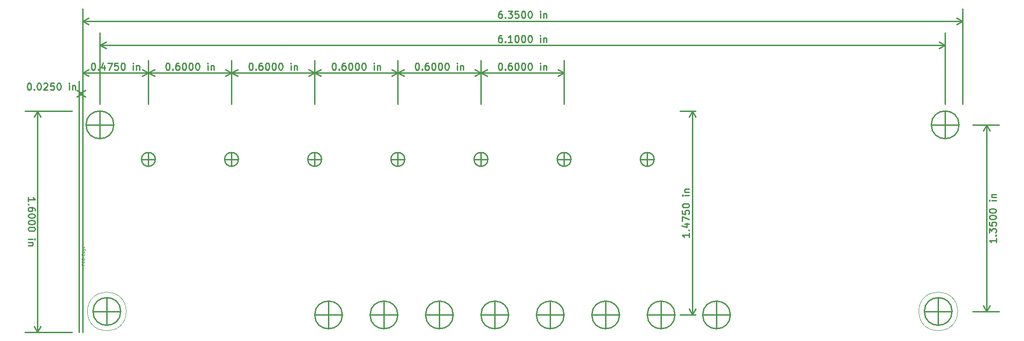
<source format=gbr>
G04 #@! TF.GenerationSoftware,KiCad,Pcbnew,5.0.0-rc2-dev-unknown-30a78f0~62~ubuntu16.04.1*
G04 #@! TF.CreationDate,2018-03-10T16:31:01+05:30*
G04 #@! TF.ProjectId,k3jr_controller,6B336A725F636F6E74726F6C6C65722E,rev 1*
G04 #@! TF.SameCoordinates,Original*
G04 #@! TF.FileFunction,Drawing*
%FSLAX46Y46*%
G04 Gerber Fmt 4.6, Leading zero omitted, Abs format (unit mm)*
G04 Created by KiCad (PCBNEW 5.0.0-rc2-dev-unknown-30a78f0~62~ubuntu16.04.1) date Sat Mar 10 16:31:01 2018*
%MOMM*%
%LPD*%
G01*
G04 APERTURE LIST*
%ADD10C,0.254000*%
%ADD11C,0.100000*%
%ADD12C,0.080000*%
G04 APERTURE END LIST*
D10*
X161991523Y-73251785D02*
X161991523Y-73977500D01*
X161991523Y-73614642D02*
X160721523Y-73614642D01*
X160902952Y-73735595D01*
X161023904Y-73856547D01*
X161084380Y-73977500D01*
X161870571Y-72707500D02*
X161931047Y-72647023D01*
X161991523Y-72707500D01*
X161931047Y-72767976D01*
X161870571Y-72707500D01*
X161991523Y-72707500D01*
X161144857Y-71558452D02*
X161991523Y-71558452D01*
X160661047Y-71860833D02*
X161568190Y-72163214D01*
X161568190Y-71377023D01*
X160721523Y-71014166D02*
X160721523Y-70167500D01*
X161991523Y-70711785D01*
X160721523Y-69078928D02*
X160721523Y-69683690D01*
X161326285Y-69744166D01*
X161265809Y-69683690D01*
X161205333Y-69562738D01*
X161205333Y-69260357D01*
X161265809Y-69139404D01*
X161326285Y-69078928D01*
X161447238Y-69018452D01*
X161749619Y-69018452D01*
X161870571Y-69078928D01*
X161931047Y-69139404D01*
X161991523Y-69260357D01*
X161991523Y-69562738D01*
X161931047Y-69683690D01*
X161870571Y-69744166D01*
X160721523Y-68232261D02*
X160721523Y-68111309D01*
X160782000Y-67990357D01*
X160842476Y-67929880D01*
X160963428Y-67869404D01*
X161205333Y-67808928D01*
X161507714Y-67808928D01*
X161749619Y-67869404D01*
X161870571Y-67929880D01*
X161931047Y-67990357D01*
X161991523Y-68111309D01*
X161991523Y-68232261D01*
X161931047Y-68353214D01*
X161870571Y-68413690D01*
X161749619Y-68474166D01*
X161507714Y-68534642D01*
X161205333Y-68534642D01*
X160963428Y-68474166D01*
X160842476Y-68413690D01*
X160782000Y-68353214D01*
X160721523Y-68232261D01*
X161991523Y-66297023D02*
X161144857Y-66297023D01*
X160721523Y-66297023D02*
X160782000Y-66357500D01*
X160842476Y-66297023D01*
X160782000Y-66236547D01*
X160721523Y-66297023D01*
X160842476Y-66297023D01*
X161144857Y-65692261D02*
X161991523Y-65692261D01*
X161265809Y-65692261D02*
X161205333Y-65631785D01*
X161144857Y-65510833D01*
X161144857Y-65329404D01*
X161205333Y-65208452D01*
X161326285Y-65147976D01*
X161991523Y-65147976D01*
X162560000Y-88265000D02*
X162560000Y-50800000D01*
X163195000Y-88265000D02*
X160274000Y-88265000D01*
X163195000Y-50800000D02*
X160274000Y-50800000D01*
X162560000Y-50800000D02*
X163146421Y-51926504D01*
X162560000Y-50800000D02*
X161973579Y-51926504D01*
X162560000Y-88265000D02*
X163146421Y-87138496D01*
X162560000Y-88265000D02*
X161973579Y-87138496D01*
X127604761Y-32451523D02*
X127362857Y-32451523D01*
X127241904Y-32512000D01*
X127181428Y-32572476D01*
X127060476Y-32753904D01*
X127000000Y-32995809D01*
X127000000Y-33479619D01*
X127060476Y-33600571D01*
X127120952Y-33661047D01*
X127241904Y-33721523D01*
X127483809Y-33721523D01*
X127604761Y-33661047D01*
X127665238Y-33600571D01*
X127725714Y-33479619D01*
X127725714Y-33177238D01*
X127665238Y-33056285D01*
X127604761Y-32995809D01*
X127483809Y-32935333D01*
X127241904Y-32935333D01*
X127120952Y-32995809D01*
X127060476Y-33056285D01*
X127000000Y-33177238D01*
X128270000Y-33600571D02*
X128330476Y-33661047D01*
X128270000Y-33721523D01*
X128209523Y-33661047D01*
X128270000Y-33600571D01*
X128270000Y-33721523D01*
X128753809Y-32451523D02*
X129540000Y-32451523D01*
X129116666Y-32935333D01*
X129298095Y-32935333D01*
X129419047Y-32995809D01*
X129479523Y-33056285D01*
X129540000Y-33177238D01*
X129540000Y-33479619D01*
X129479523Y-33600571D01*
X129419047Y-33661047D01*
X129298095Y-33721523D01*
X128935238Y-33721523D01*
X128814285Y-33661047D01*
X128753809Y-33600571D01*
X130689047Y-32451523D02*
X130084285Y-32451523D01*
X130023809Y-33056285D01*
X130084285Y-32995809D01*
X130205238Y-32935333D01*
X130507619Y-32935333D01*
X130628571Y-32995809D01*
X130689047Y-33056285D01*
X130749523Y-33177238D01*
X130749523Y-33479619D01*
X130689047Y-33600571D01*
X130628571Y-33661047D01*
X130507619Y-33721523D01*
X130205238Y-33721523D01*
X130084285Y-33661047D01*
X130023809Y-33600571D01*
X131535714Y-32451523D02*
X131656666Y-32451523D01*
X131777619Y-32512000D01*
X131838095Y-32572476D01*
X131898571Y-32693428D01*
X131959047Y-32935333D01*
X131959047Y-33237714D01*
X131898571Y-33479619D01*
X131838095Y-33600571D01*
X131777619Y-33661047D01*
X131656666Y-33721523D01*
X131535714Y-33721523D01*
X131414761Y-33661047D01*
X131354285Y-33600571D01*
X131293809Y-33479619D01*
X131233333Y-33237714D01*
X131233333Y-32935333D01*
X131293809Y-32693428D01*
X131354285Y-32572476D01*
X131414761Y-32512000D01*
X131535714Y-32451523D01*
X132745238Y-32451523D02*
X132866190Y-32451523D01*
X132987142Y-32512000D01*
X133047619Y-32572476D01*
X133108095Y-32693428D01*
X133168571Y-32935333D01*
X133168571Y-33237714D01*
X133108095Y-33479619D01*
X133047619Y-33600571D01*
X132987142Y-33661047D01*
X132866190Y-33721523D01*
X132745238Y-33721523D01*
X132624285Y-33661047D01*
X132563809Y-33600571D01*
X132503333Y-33479619D01*
X132442857Y-33237714D01*
X132442857Y-32935333D01*
X132503333Y-32693428D01*
X132563809Y-32572476D01*
X132624285Y-32512000D01*
X132745238Y-32451523D01*
X134680476Y-33721523D02*
X134680476Y-32874857D01*
X134680476Y-32451523D02*
X134620000Y-32512000D01*
X134680476Y-32572476D01*
X134740952Y-32512000D01*
X134680476Y-32451523D01*
X134680476Y-32572476D01*
X135285238Y-32874857D02*
X135285238Y-33721523D01*
X135285238Y-32995809D02*
X135345714Y-32935333D01*
X135466666Y-32874857D01*
X135648095Y-32874857D01*
X135769047Y-32935333D01*
X135829523Y-33056285D01*
X135829523Y-33721523D01*
X50800000Y-34290000D02*
X212090000Y-34290000D01*
X50800000Y-49530000D02*
X50800000Y-32004000D01*
X212090000Y-49530000D02*
X212090000Y-32004000D01*
X212090000Y-34290000D02*
X210963496Y-34876421D01*
X212090000Y-34290000D02*
X210963496Y-33703579D01*
X50800000Y-34290000D02*
X51926504Y-34876421D01*
X50800000Y-34290000D02*
X51926504Y-33703579D01*
X218252523Y-74204285D02*
X218252523Y-74930000D01*
X218252523Y-74567142D02*
X216982523Y-74567142D01*
X217163952Y-74688095D01*
X217284904Y-74809047D01*
X217345380Y-74930000D01*
X218131571Y-73660000D02*
X218192047Y-73599523D01*
X218252523Y-73660000D01*
X218192047Y-73720476D01*
X218131571Y-73660000D01*
X218252523Y-73660000D01*
X216982523Y-73176190D02*
X216982523Y-72390000D01*
X217466333Y-72813333D01*
X217466333Y-72631904D01*
X217526809Y-72510952D01*
X217587285Y-72450476D01*
X217708238Y-72390000D01*
X218010619Y-72390000D01*
X218131571Y-72450476D01*
X218192047Y-72510952D01*
X218252523Y-72631904D01*
X218252523Y-72994761D01*
X218192047Y-73115714D01*
X218131571Y-73176190D01*
X216982523Y-71240952D02*
X216982523Y-71845714D01*
X217587285Y-71906190D01*
X217526809Y-71845714D01*
X217466333Y-71724761D01*
X217466333Y-71422380D01*
X217526809Y-71301428D01*
X217587285Y-71240952D01*
X217708238Y-71180476D01*
X218010619Y-71180476D01*
X218131571Y-71240952D01*
X218192047Y-71301428D01*
X218252523Y-71422380D01*
X218252523Y-71724761D01*
X218192047Y-71845714D01*
X218131571Y-71906190D01*
X216982523Y-70394285D02*
X216982523Y-70273333D01*
X217043000Y-70152380D01*
X217103476Y-70091904D01*
X217224428Y-70031428D01*
X217466333Y-69970952D01*
X217768714Y-69970952D01*
X218010619Y-70031428D01*
X218131571Y-70091904D01*
X218192047Y-70152380D01*
X218252523Y-70273333D01*
X218252523Y-70394285D01*
X218192047Y-70515238D01*
X218131571Y-70575714D01*
X218010619Y-70636190D01*
X217768714Y-70696666D01*
X217466333Y-70696666D01*
X217224428Y-70636190D01*
X217103476Y-70575714D01*
X217043000Y-70515238D01*
X216982523Y-70394285D01*
X216982523Y-69184761D02*
X216982523Y-69063809D01*
X217043000Y-68942857D01*
X217103476Y-68882380D01*
X217224428Y-68821904D01*
X217466333Y-68761428D01*
X217768714Y-68761428D01*
X218010619Y-68821904D01*
X218131571Y-68882380D01*
X218192047Y-68942857D01*
X218252523Y-69063809D01*
X218252523Y-69184761D01*
X218192047Y-69305714D01*
X218131571Y-69366190D01*
X218010619Y-69426666D01*
X217768714Y-69487142D01*
X217466333Y-69487142D01*
X217224428Y-69426666D01*
X217103476Y-69366190D01*
X217043000Y-69305714D01*
X216982523Y-69184761D01*
X218252523Y-67249523D02*
X217405857Y-67249523D01*
X216982523Y-67249523D02*
X217043000Y-67310000D01*
X217103476Y-67249523D01*
X217043000Y-67189047D01*
X216982523Y-67249523D01*
X217103476Y-67249523D01*
X217405857Y-66644761D02*
X218252523Y-66644761D01*
X217526809Y-66644761D02*
X217466333Y-66584285D01*
X217405857Y-66463333D01*
X217405857Y-66281904D01*
X217466333Y-66160952D01*
X217587285Y-66100476D01*
X218252523Y-66100476D01*
X216535000Y-87630000D02*
X216535000Y-53340000D01*
X213995000Y-87630000D02*
X218821000Y-87630000D01*
X213995000Y-53340000D02*
X218821000Y-53340000D01*
X216535000Y-53340000D02*
X217121421Y-54466504D01*
X216535000Y-53340000D02*
X215948579Y-54466504D01*
X216535000Y-87630000D02*
X217121421Y-86503496D01*
X216535000Y-87630000D02*
X215948579Y-86503496D01*
X127604761Y-36896523D02*
X127362857Y-36896523D01*
X127241904Y-36957000D01*
X127181428Y-37017476D01*
X127060476Y-37198904D01*
X127000000Y-37440809D01*
X127000000Y-37924619D01*
X127060476Y-38045571D01*
X127120952Y-38106047D01*
X127241904Y-38166523D01*
X127483809Y-38166523D01*
X127604761Y-38106047D01*
X127665238Y-38045571D01*
X127725714Y-37924619D01*
X127725714Y-37622238D01*
X127665238Y-37501285D01*
X127604761Y-37440809D01*
X127483809Y-37380333D01*
X127241904Y-37380333D01*
X127120952Y-37440809D01*
X127060476Y-37501285D01*
X127000000Y-37622238D01*
X128270000Y-38045571D02*
X128330476Y-38106047D01*
X128270000Y-38166523D01*
X128209523Y-38106047D01*
X128270000Y-38045571D01*
X128270000Y-38166523D01*
X129540000Y-38166523D02*
X128814285Y-38166523D01*
X129177142Y-38166523D02*
X129177142Y-36896523D01*
X129056190Y-37077952D01*
X128935238Y-37198904D01*
X128814285Y-37259380D01*
X130326190Y-36896523D02*
X130447142Y-36896523D01*
X130568095Y-36957000D01*
X130628571Y-37017476D01*
X130689047Y-37138428D01*
X130749523Y-37380333D01*
X130749523Y-37682714D01*
X130689047Y-37924619D01*
X130628571Y-38045571D01*
X130568095Y-38106047D01*
X130447142Y-38166523D01*
X130326190Y-38166523D01*
X130205238Y-38106047D01*
X130144761Y-38045571D01*
X130084285Y-37924619D01*
X130023809Y-37682714D01*
X130023809Y-37380333D01*
X130084285Y-37138428D01*
X130144761Y-37017476D01*
X130205238Y-36957000D01*
X130326190Y-36896523D01*
X131535714Y-36896523D02*
X131656666Y-36896523D01*
X131777619Y-36957000D01*
X131838095Y-37017476D01*
X131898571Y-37138428D01*
X131959047Y-37380333D01*
X131959047Y-37682714D01*
X131898571Y-37924619D01*
X131838095Y-38045571D01*
X131777619Y-38106047D01*
X131656666Y-38166523D01*
X131535714Y-38166523D01*
X131414761Y-38106047D01*
X131354285Y-38045571D01*
X131293809Y-37924619D01*
X131233333Y-37682714D01*
X131233333Y-37380333D01*
X131293809Y-37138428D01*
X131354285Y-37017476D01*
X131414761Y-36957000D01*
X131535714Y-36896523D01*
X132745238Y-36896523D02*
X132866190Y-36896523D01*
X132987142Y-36957000D01*
X133047619Y-37017476D01*
X133108095Y-37138428D01*
X133168571Y-37380333D01*
X133168571Y-37682714D01*
X133108095Y-37924619D01*
X133047619Y-38045571D01*
X132987142Y-38106047D01*
X132866190Y-38166523D01*
X132745238Y-38166523D01*
X132624285Y-38106047D01*
X132563809Y-38045571D01*
X132503333Y-37924619D01*
X132442857Y-37682714D01*
X132442857Y-37380333D01*
X132503333Y-37138428D01*
X132563809Y-37017476D01*
X132624285Y-36957000D01*
X132745238Y-36896523D01*
X134680476Y-38166523D02*
X134680476Y-37319857D01*
X134680476Y-36896523D02*
X134620000Y-36957000D01*
X134680476Y-37017476D01*
X134740952Y-36957000D01*
X134680476Y-36896523D01*
X134680476Y-37017476D01*
X135285238Y-37319857D02*
X135285238Y-38166523D01*
X135285238Y-37440809D02*
X135345714Y-37380333D01*
X135466666Y-37319857D01*
X135648095Y-37319857D01*
X135769047Y-37380333D01*
X135829523Y-37501285D01*
X135829523Y-38166523D01*
X53975000Y-38735000D02*
X208915000Y-38735000D01*
X53975000Y-49530000D02*
X53975000Y-36449000D01*
X208915000Y-49530000D02*
X208915000Y-36449000D01*
X208915000Y-38735000D02*
X207788496Y-39321421D01*
X208915000Y-38735000D02*
X207788496Y-38148579D01*
X53975000Y-38735000D02*
X55101504Y-39321421D01*
X53975000Y-38735000D02*
X55101504Y-38148579D01*
X127302380Y-41976523D02*
X127423333Y-41976523D01*
X127544285Y-42037000D01*
X127604761Y-42097476D01*
X127665238Y-42218428D01*
X127725714Y-42460333D01*
X127725714Y-42762714D01*
X127665238Y-43004619D01*
X127604761Y-43125571D01*
X127544285Y-43186047D01*
X127423333Y-43246523D01*
X127302380Y-43246523D01*
X127181428Y-43186047D01*
X127120952Y-43125571D01*
X127060476Y-43004619D01*
X127000000Y-42762714D01*
X127000000Y-42460333D01*
X127060476Y-42218428D01*
X127120952Y-42097476D01*
X127181428Y-42037000D01*
X127302380Y-41976523D01*
X128270000Y-43125571D02*
X128330476Y-43186047D01*
X128270000Y-43246523D01*
X128209523Y-43186047D01*
X128270000Y-43125571D01*
X128270000Y-43246523D01*
X129419047Y-41976523D02*
X129177142Y-41976523D01*
X129056190Y-42037000D01*
X128995714Y-42097476D01*
X128874761Y-42278904D01*
X128814285Y-42520809D01*
X128814285Y-43004619D01*
X128874761Y-43125571D01*
X128935238Y-43186047D01*
X129056190Y-43246523D01*
X129298095Y-43246523D01*
X129419047Y-43186047D01*
X129479523Y-43125571D01*
X129540000Y-43004619D01*
X129540000Y-42702238D01*
X129479523Y-42581285D01*
X129419047Y-42520809D01*
X129298095Y-42460333D01*
X129056190Y-42460333D01*
X128935238Y-42520809D01*
X128874761Y-42581285D01*
X128814285Y-42702238D01*
X130326190Y-41976523D02*
X130447142Y-41976523D01*
X130568095Y-42037000D01*
X130628571Y-42097476D01*
X130689047Y-42218428D01*
X130749523Y-42460333D01*
X130749523Y-42762714D01*
X130689047Y-43004619D01*
X130628571Y-43125571D01*
X130568095Y-43186047D01*
X130447142Y-43246523D01*
X130326190Y-43246523D01*
X130205238Y-43186047D01*
X130144761Y-43125571D01*
X130084285Y-43004619D01*
X130023809Y-42762714D01*
X130023809Y-42460333D01*
X130084285Y-42218428D01*
X130144761Y-42097476D01*
X130205238Y-42037000D01*
X130326190Y-41976523D01*
X131535714Y-41976523D02*
X131656666Y-41976523D01*
X131777619Y-42037000D01*
X131838095Y-42097476D01*
X131898571Y-42218428D01*
X131959047Y-42460333D01*
X131959047Y-42762714D01*
X131898571Y-43004619D01*
X131838095Y-43125571D01*
X131777619Y-43186047D01*
X131656666Y-43246523D01*
X131535714Y-43246523D01*
X131414761Y-43186047D01*
X131354285Y-43125571D01*
X131293809Y-43004619D01*
X131233333Y-42762714D01*
X131233333Y-42460333D01*
X131293809Y-42218428D01*
X131354285Y-42097476D01*
X131414761Y-42037000D01*
X131535714Y-41976523D01*
X132745238Y-41976523D02*
X132866190Y-41976523D01*
X132987142Y-42037000D01*
X133047619Y-42097476D01*
X133108095Y-42218428D01*
X133168571Y-42460333D01*
X133168571Y-42762714D01*
X133108095Y-43004619D01*
X133047619Y-43125571D01*
X132987142Y-43186047D01*
X132866190Y-43246523D01*
X132745238Y-43246523D01*
X132624285Y-43186047D01*
X132563809Y-43125571D01*
X132503333Y-43004619D01*
X132442857Y-42762714D01*
X132442857Y-42460333D01*
X132503333Y-42218428D01*
X132563809Y-42097476D01*
X132624285Y-42037000D01*
X132745238Y-41976523D01*
X134680476Y-43246523D02*
X134680476Y-42399857D01*
X134680476Y-41976523D02*
X134620000Y-42037000D01*
X134680476Y-42097476D01*
X134740952Y-42037000D01*
X134680476Y-41976523D01*
X134680476Y-42097476D01*
X135285238Y-42399857D02*
X135285238Y-43246523D01*
X135285238Y-42520809D02*
X135345714Y-42460333D01*
X135466666Y-42399857D01*
X135648095Y-42399857D01*
X135769047Y-42460333D01*
X135829523Y-42581285D01*
X135829523Y-43246523D01*
X123825000Y-43815000D02*
X139065000Y-43815000D01*
X123825000Y-49530000D02*
X123825000Y-41529000D01*
X139065000Y-49530000D02*
X139065000Y-41529000D01*
X139065000Y-43815000D02*
X137938496Y-44401421D01*
X139065000Y-43815000D02*
X137938496Y-43228579D01*
X123825000Y-43815000D02*
X124951504Y-44401421D01*
X123825000Y-43815000D02*
X124951504Y-43228579D01*
X112062380Y-41976523D02*
X112183333Y-41976523D01*
X112304285Y-42037000D01*
X112364761Y-42097476D01*
X112425238Y-42218428D01*
X112485714Y-42460333D01*
X112485714Y-42762714D01*
X112425238Y-43004619D01*
X112364761Y-43125571D01*
X112304285Y-43186047D01*
X112183333Y-43246523D01*
X112062380Y-43246523D01*
X111941428Y-43186047D01*
X111880952Y-43125571D01*
X111820476Y-43004619D01*
X111760000Y-42762714D01*
X111760000Y-42460333D01*
X111820476Y-42218428D01*
X111880952Y-42097476D01*
X111941428Y-42037000D01*
X112062380Y-41976523D01*
X113030000Y-43125571D02*
X113090476Y-43186047D01*
X113030000Y-43246523D01*
X112969523Y-43186047D01*
X113030000Y-43125571D01*
X113030000Y-43246523D01*
X114179047Y-41976523D02*
X113937142Y-41976523D01*
X113816190Y-42037000D01*
X113755714Y-42097476D01*
X113634761Y-42278904D01*
X113574285Y-42520809D01*
X113574285Y-43004619D01*
X113634761Y-43125571D01*
X113695238Y-43186047D01*
X113816190Y-43246523D01*
X114058095Y-43246523D01*
X114179047Y-43186047D01*
X114239523Y-43125571D01*
X114300000Y-43004619D01*
X114300000Y-42702238D01*
X114239523Y-42581285D01*
X114179047Y-42520809D01*
X114058095Y-42460333D01*
X113816190Y-42460333D01*
X113695238Y-42520809D01*
X113634761Y-42581285D01*
X113574285Y-42702238D01*
X115086190Y-41976523D02*
X115207142Y-41976523D01*
X115328095Y-42037000D01*
X115388571Y-42097476D01*
X115449047Y-42218428D01*
X115509523Y-42460333D01*
X115509523Y-42762714D01*
X115449047Y-43004619D01*
X115388571Y-43125571D01*
X115328095Y-43186047D01*
X115207142Y-43246523D01*
X115086190Y-43246523D01*
X114965238Y-43186047D01*
X114904761Y-43125571D01*
X114844285Y-43004619D01*
X114783809Y-42762714D01*
X114783809Y-42460333D01*
X114844285Y-42218428D01*
X114904761Y-42097476D01*
X114965238Y-42037000D01*
X115086190Y-41976523D01*
X116295714Y-41976523D02*
X116416666Y-41976523D01*
X116537619Y-42037000D01*
X116598095Y-42097476D01*
X116658571Y-42218428D01*
X116719047Y-42460333D01*
X116719047Y-42762714D01*
X116658571Y-43004619D01*
X116598095Y-43125571D01*
X116537619Y-43186047D01*
X116416666Y-43246523D01*
X116295714Y-43246523D01*
X116174761Y-43186047D01*
X116114285Y-43125571D01*
X116053809Y-43004619D01*
X115993333Y-42762714D01*
X115993333Y-42460333D01*
X116053809Y-42218428D01*
X116114285Y-42097476D01*
X116174761Y-42037000D01*
X116295714Y-41976523D01*
X117505238Y-41976523D02*
X117626190Y-41976523D01*
X117747142Y-42037000D01*
X117807619Y-42097476D01*
X117868095Y-42218428D01*
X117928571Y-42460333D01*
X117928571Y-42762714D01*
X117868095Y-43004619D01*
X117807619Y-43125571D01*
X117747142Y-43186047D01*
X117626190Y-43246523D01*
X117505238Y-43246523D01*
X117384285Y-43186047D01*
X117323809Y-43125571D01*
X117263333Y-43004619D01*
X117202857Y-42762714D01*
X117202857Y-42460333D01*
X117263333Y-42218428D01*
X117323809Y-42097476D01*
X117384285Y-42037000D01*
X117505238Y-41976523D01*
X119440476Y-43246523D02*
X119440476Y-42399857D01*
X119440476Y-41976523D02*
X119380000Y-42037000D01*
X119440476Y-42097476D01*
X119500952Y-42037000D01*
X119440476Y-41976523D01*
X119440476Y-42097476D01*
X120045238Y-42399857D02*
X120045238Y-43246523D01*
X120045238Y-42520809D02*
X120105714Y-42460333D01*
X120226666Y-42399857D01*
X120408095Y-42399857D01*
X120529047Y-42460333D01*
X120589523Y-42581285D01*
X120589523Y-43246523D01*
X108585000Y-43815000D02*
X123825000Y-43815000D01*
X108585000Y-49530000D02*
X108585000Y-41529000D01*
X123825000Y-49530000D02*
X123825000Y-41529000D01*
X123825000Y-43815000D02*
X122698496Y-44401421D01*
X123825000Y-43815000D02*
X122698496Y-43228579D01*
X108585000Y-43815000D02*
X109711504Y-44401421D01*
X108585000Y-43815000D02*
X109711504Y-43228579D01*
X96822380Y-41976523D02*
X96943333Y-41976523D01*
X97064285Y-42037000D01*
X97124761Y-42097476D01*
X97185238Y-42218428D01*
X97245714Y-42460333D01*
X97245714Y-42762714D01*
X97185238Y-43004619D01*
X97124761Y-43125571D01*
X97064285Y-43186047D01*
X96943333Y-43246523D01*
X96822380Y-43246523D01*
X96701428Y-43186047D01*
X96640952Y-43125571D01*
X96580476Y-43004619D01*
X96520000Y-42762714D01*
X96520000Y-42460333D01*
X96580476Y-42218428D01*
X96640952Y-42097476D01*
X96701428Y-42037000D01*
X96822380Y-41976523D01*
X97790000Y-43125571D02*
X97850476Y-43186047D01*
X97790000Y-43246523D01*
X97729523Y-43186047D01*
X97790000Y-43125571D01*
X97790000Y-43246523D01*
X98939047Y-41976523D02*
X98697142Y-41976523D01*
X98576190Y-42037000D01*
X98515714Y-42097476D01*
X98394761Y-42278904D01*
X98334285Y-42520809D01*
X98334285Y-43004619D01*
X98394761Y-43125571D01*
X98455238Y-43186047D01*
X98576190Y-43246523D01*
X98818095Y-43246523D01*
X98939047Y-43186047D01*
X98999523Y-43125571D01*
X99060000Y-43004619D01*
X99060000Y-42702238D01*
X98999523Y-42581285D01*
X98939047Y-42520809D01*
X98818095Y-42460333D01*
X98576190Y-42460333D01*
X98455238Y-42520809D01*
X98394761Y-42581285D01*
X98334285Y-42702238D01*
X99846190Y-41976523D02*
X99967142Y-41976523D01*
X100088095Y-42037000D01*
X100148571Y-42097476D01*
X100209047Y-42218428D01*
X100269523Y-42460333D01*
X100269523Y-42762714D01*
X100209047Y-43004619D01*
X100148571Y-43125571D01*
X100088095Y-43186047D01*
X99967142Y-43246523D01*
X99846190Y-43246523D01*
X99725238Y-43186047D01*
X99664761Y-43125571D01*
X99604285Y-43004619D01*
X99543809Y-42762714D01*
X99543809Y-42460333D01*
X99604285Y-42218428D01*
X99664761Y-42097476D01*
X99725238Y-42037000D01*
X99846190Y-41976523D01*
X101055714Y-41976523D02*
X101176666Y-41976523D01*
X101297619Y-42037000D01*
X101358095Y-42097476D01*
X101418571Y-42218428D01*
X101479047Y-42460333D01*
X101479047Y-42762714D01*
X101418571Y-43004619D01*
X101358095Y-43125571D01*
X101297619Y-43186047D01*
X101176666Y-43246523D01*
X101055714Y-43246523D01*
X100934761Y-43186047D01*
X100874285Y-43125571D01*
X100813809Y-43004619D01*
X100753333Y-42762714D01*
X100753333Y-42460333D01*
X100813809Y-42218428D01*
X100874285Y-42097476D01*
X100934761Y-42037000D01*
X101055714Y-41976523D01*
X102265238Y-41976523D02*
X102386190Y-41976523D01*
X102507142Y-42037000D01*
X102567619Y-42097476D01*
X102628095Y-42218428D01*
X102688571Y-42460333D01*
X102688571Y-42762714D01*
X102628095Y-43004619D01*
X102567619Y-43125571D01*
X102507142Y-43186047D01*
X102386190Y-43246523D01*
X102265238Y-43246523D01*
X102144285Y-43186047D01*
X102083809Y-43125571D01*
X102023333Y-43004619D01*
X101962857Y-42762714D01*
X101962857Y-42460333D01*
X102023333Y-42218428D01*
X102083809Y-42097476D01*
X102144285Y-42037000D01*
X102265238Y-41976523D01*
X104200476Y-43246523D02*
X104200476Y-42399857D01*
X104200476Y-41976523D02*
X104140000Y-42037000D01*
X104200476Y-42097476D01*
X104260952Y-42037000D01*
X104200476Y-41976523D01*
X104200476Y-42097476D01*
X104805238Y-42399857D02*
X104805238Y-43246523D01*
X104805238Y-42520809D02*
X104865714Y-42460333D01*
X104986666Y-42399857D01*
X105168095Y-42399857D01*
X105289047Y-42460333D01*
X105349523Y-42581285D01*
X105349523Y-43246523D01*
X93345000Y-43815000D02*
X108585000Y-43815000D01*
X93345000Y-49530000D02*
X93345000Y-41529000D01*
X108585000Y-49530000D02*
X108585000Y-41529000D01*
X108585000Y-43815000D02*
X107458496Y-44401421D01*
X108585000Y-43815000D02*
X107458496Y-43228579D01*
X93345000Y-43815000D02*
X94471504Y-44401421D01*
X93345000Y-43815000D02*
X94471504Y-43228579D01*
X81582380Y-41976523D02*
X81703333Y-41976523D01*
X81824285Y-42037000D01*
X81884761Y-42097476D01*
X81945238Y-42218428D01*
X82005714Y-42460333D01*
X82005714Y-42762714D01*
X81945238Y-43004619D01*
X81884761Y-43125571D01*
X81824285Y-43186047D01*
X81703333Y-43246523D01*
X81582380Y-43246523D01*
X81461428Y-43186047D01*
X81400952Y-43125571D01*
X81340476Y-43004619D01*
X81280000Y-42762714D01*
X81280000Y-42460333D01*
X81340476Y-42218428D01*
X81400952Y-42097476D01*
X81461428Y-42037000D01*
X81582380Y-41976523D01*
X82550000Y-43125571D02*
X82610476Y-43186047D01*
X82550000Y-43246523D01*
X82489523Y-43186047D01*
X82550000Y-43125571D01*
X82550000Y-43246523D01*
X83699047Y-41976523D02*
X83457142Y-41976523D01*
X83336190Y-42037000D01*
X83275714Y-42097476D01*
X83154761Y-42278904D01*
X83094285Y-42520809D01*
X83094285Y-43004619D01*
X83154761Y-43125571D01*
X83215238Y-43186047D01*
X83336190Y-43246523D01*
X83578095Y-43246523D01*
X83699047Y-43186047D01*
X83759523Y-43125571D01*
X83820000Y-43004619D01*
X83820000Y-42702238D01*
X83759523Y-42581285D01*
X83699047Y-42520809D01*
X83578095Y-42460333D01*
X83336190Y-42460333D01*
X83215238Y-42520809D01*
X83154761Y-42581285D01*
X83094285Y-42702238D01*
X84606190Y-41976523D02*
X84727142Y-41976523D01*
X84848095Y-42037000D01*
X84908571Y-42097476D01*
X84969047Y-42218428D01*
X85029523Y-42460333D01*
X85029523Y-42762714D01*
X84969047Y-43004619D01*
X84908571Y-43125571D01*
X84848095Y-43186047D01*
X84727142Y-43246523D01*
X84606190Y-43246523D01*
X84485238Y-43186047D01*
X84424761Y-43125571D01*
X84364285Y-43004619D01*
X84303809Y-42762714D01*
X84303809Y-42460333D01*
X84364285Y-42218428D01*
X84424761Y-42097476D01*
X84485238Y-42037000D01*
X84606190Y-41976523D01*
X85815714Y-41976523D02*
X85936666Y-41976523D01*
X86057619Y-42037000D01*
X86118095Y-42097476D01*
X86178571Y-42218428D01*
X86239047Y-42460333D01*
X86239047Y-42762714D01*
X86178571Y-43004619D01*
X86118095Y-43125571D01*
X86057619Y-43186047D01*
X85936666Y-43246523D01*
X85815714Y-43246523D01*
X85694761Y-43186047D01*
X85634285Y-43125571D01*
X85573809Y-43004619D01*
X85513333Y-42762714D01*
X85513333Y-42460333D01*
X85573809Y-42218428D01*
X85634285Y-42097476D01*
X85694761Y-42037000D01*
X85815714Y-41976523D01*
X87025238Y-41976523D02*
X87146190Y-41976523D01*
X87267142Y-42037000D01*
X87327619Y-42097476D01*
X87388095Y-42218428D01*
X87448571Y-42460333D01*
X87448571Y-42762714D01*
X87388095Y-43004619D01*
X87327619Y-43125571D01*
X87267142Y-43186047D01*
X87146190Y-43246523D01*
X87025238Y-43246523D01*
X86904285Y-43186047D01*
X86843809Y-43125571D01*
X86783333Y-43004619D01*
X86722857Y-42762714D01*
X86722857Y-42460333D01*
X86783333Y-42218428D01*
X86843809Y-42097476D01*
X86904285Y-42037000D01*
X87025238Y-41976523D01*
X88960476Y-43246523D02*
X88960476Y-42399857D01*
X88960476Y-41976523D02*
X88900000Y-42037000D01*
X88960476Y-42097476D01*
X89020952Y-42037000D01*
X88960476Y-41976523D01*
X88960476Y-42097476D01*
X89565238Y-42399857D02*
X89565238Y-43246523D01*
X89565238Y-42520809D02*
X89625714Y-42460333D01*
X89746666Y-42399857D01*
X89928095Y-42399857D01*
X90049047Y-42460333D01*
X90109523Y-42581285D01*
X90109523Y-43246523D01*
X78105000Y-43815000D02*
X93345000Y-43815000D01*
X78105000Y-49530000D02*
X78105000Y-41529000D01*
X93345000Y-49530000D02*
X93345000Y-41529000D01*
X93345000Y-43815000D02*
X92218496Y-44401421D01*
X93345000Y-43815000D02*
X92218496Y-43228579D01*
X78105000Y-43815000D02*
X79231504Y-44401421D01*
X78105000Y-43815000D02*
X79231504Y-43228579D01*
X66342380Y-41976523D02*
X66463333Y-41976523D01*
X66584285Y-42037000D01*
X66644761Y-42097476D01*
X66705238Y-42218428D01*
X66765714Y-42460333D01*
X66765714Y-42762714D01*
X66705238Y-43004619D01*
X66644761Y-43125571D01*
X66584285Y-43186047D01*
X66463333Y-43246523D01*
X66342380Y-43246523D01*
X66221428Y-43186047D01*
X66160952Y-43125571D01*
X66100476Y-43004619D01*
X66040000Y-42762714D01*
X66040000Y-42460333D01*
X66100476Y-42218428D01*
X66160952Y-42097476D01*
X66221428Y-42037000D01*
X66342380Y-41976523D01*
X67310000Y-43125571D02*
X67370476Y-43186047D01*
X67310000Y-43246523D01*
X67249523Y-43186047D01*
X67310000Y-43125571D01*
X67310000Y-43246523D01*
X68459047Y-41976523D02*
X68217142Y-41976523D01*
X68096190Y-42037000D01*
X68035714Y-42097476D01*
X67914761Y-42278904D01*
X67854285Y-42520809D01*
X67854285Y-43004619D01*
X67914761Y-43125571D01*
X67975238Y-43186047D01*
X68096190Y-43246523D01*
X68338095Y-43246523D01*
X68459047Y-43186047D01*
X68519523Y-43125571D01*
X68580000Y-43004619D01*
X68580000Y-42702238D01*
X68519523Y-42581285D01*
X68459047Y-42520809D01*
X68338095Y-42460333D01*
X68096190Y-42460333D01*
X67975238Y-42520809D01*
X67914761Y-42581285D01*
X67854285Y-42702238D01*
X69366190Y-41976523D02*
X69487142Y-41976523D01*
X69608095Y-42037000D01*
X69668571Y-42097476D01*
X69729047Y-42218428D01*
X69789523Y-42460333D01*
X69789523Y-42762714D01*
X69729047Y-43004619D01*
X69668571Y-43125571D01*
X69608095Y-43186047D01*
X69487142Y-43246523D01*
X69366190Y-43246523D01*
X69245238Y-43186047D01*
X69184761Y-43125571D01*
X69124285Y-43004619D01*
X69063809Y-42762714D01*
X69063809Y-42460333D01*
X69124285Y-42218428D01*
X69184761Y-42097476D01*
X69245238Y-42037000D01*
X69366190Y-41976523D01*
X70575714Y-41976523D02*
X70696666Y-41976523D01*
X70817619Y-42037000D01*
X70878095Y-42097476D01*
X70938571Y-42218428D01*
X70999047Y-42460333D01*
X70999047Y-42762714D01*
X70938571Y-43004619D01*
X70878095Y-43125571D01*
X70817619Y-43186047D01*
X70696666Y-43246523D01*
X70575714Y-43246523D01*
X70454761Y-43186047D01*
X70394285Y-43125571D01*
X70333809Y-43004619D01*
X70273333Y-42762714D01*
X70273333Y-42460333D01*
X70333809Y-42218428D01*
X70394285Y-42097476D01*
X70454761Y-42037000D01*
X70575714Y-41976523D01*
X71785238Y-41976523D02*
X71906190Y-41976523D01*
X72027142Y-42037000D01*
X72087619Y-42097476D01*
X72148095Y-42218428D01*
X72208571Y-42460333D01*
X72208571Y-42762714D01*
X72148095Y-43004619D01*
X72087619Y-43125571D01*
X72027142Y-43186047D01*
X71906190Y-43246523D01*
X71785238Y-43246523D01*
X71664285Y-43186047D01*
X71603809Y-43125571D01*
X71543333Y-43004619D01*
X71482857Y-42762714D01*
X71482857Y-42460333D01*
X71543333Y-42218428D01*
X71603809Y-42097476D01*
X71664285Y-42037000D01*
X71785238Y-41976523D01*
X73720476Y-43246523D02*
X73720476Y-42399857D01*
X73720476Y-41976523D02*
X73660000Y-42037000D01*
X73720476Y-42097476D01*
X73780952Y-42037000D01*
X73720476Y-41976523D01*
X73720476Y-42097476D01*
X74325238Y-42399857D02*
X74325238Y-43246523D01*
X74325238Y-42520809D02*
X74385714Y-42460333D01*
X74506666Y-42399857D01*
X74688095Y-42399857D01*
X74809047Y-42460333D01*
X74869523Y-42581285D01*
X74869523Y-43246523D01*
X62865000Y-43815000D02*
X78105000Y-43815000D01*
X62865000Y-49530000D02*
X62865000Y-41529000D01*
X78105000Y-49530000D02*
X78105000Y-41529000D01*
X78105000Y-43815000D02*
X76978496Y-44401421D01*
X78105000Y-43815000D02*
X76978496Y-43228579D01*
X62865000Y-43815000D02*
X63991504Y-44401421D01*
X62865000Y-43815000D02*
X63991504Y-43228579D01*
X52689880Y-41976523D02*
X52810833Y-41976523D01*
X52931785Y-42037000D01*
X52992261Y-42097476D01*
X53052738Y-42218428D01*
X53113214Y-42460333D01*
X53113214Y-42762714D01*
X53052738Y-43004619D01*
X52992261Y-43125571D01*
X52931785Y-43186047D01*
X52810833Y-43246523D01*
X52689880Y-43246523D01*
X52568928Y-43186047D01*
X52508452Y-43125571D01*
X52447976Y-43004619D01*
X52387500Y-42762714D01*
X52387500Y-42460333D01*
X52447976Y-42218428D01*
X52508452Y-42097476D01*
X52568928Y-42037000D01*
X52689880Y-41976523D01*
X53657500Y-43125571D02*
X53717976Y-43186047D01*
X53657500Y-43246523D01*
X53597023Y-43186047D01*
X53657500Y-43125571D01*
X53657500Y-43246523D01*
X54806547Y-42399857D02*
X54806547Y-43246523D01*
X54504166Y-41916047D02*
X54201785Y-42823190D01*
X54987976Y-42823190D01*
X55350833Y-41976523D02*
X56197500Y-41976523D01*
X55653214Y-43246523D01*
X57286071Y-41976523D02*
X56681309Y-41976523D01*
X56620833Y-42581285D01*
X56681309Y-42520809D01*
X56802261Y-42460333D01*
X57104642Y-42460333D01*
X57225595Y-42520809D01*
X57286071Y-42581285D01*
X57346547Y-42702238D01*
X57346547Y-43004619D01*
X57286071Y-43125571D01*
X57225595Y-43186047D01*
X57104642Y-43246523D01*
X56802261Y-43246523D01*
X56681309Y-43186047D01*
X56620833Y-43125571D01*
X58132738Y-41976523D02*
X58253690Y-41976523D01*
X58374642Y-42037000D01*
X58435119Y-42097476D01*
X58495595Y-42218428D01*
X58556071Y-42460333D01*
X58556071Y-42762714D01*
X58495595Y-43004619D01*
X58435119Y-43125571D01*
X58374642Y-43186047D01*
X58253690Y-43246523D01*
X58132738Y-43246523D01*
X58011785Y-43186047D01*
X57951309Y-43125571D01*
X57890833Y-43004619D01*
X57830357Y-42762714D01*
X57830357Y-42460333D01*
X57890833Y-42218428D01*
X57951309Y-42097476D01*
X58011785Y-42037000D01*
X58132738Y-41976523D01*
X60067976Y-43246523D02*
X60067976Y-42399857D01*
X60067976Y-41976523D02*
X60007500Y-42037000D01*
X60067976Y-42097476D01*
X60128452Y-42037000D01*
X60067976Y-41976523D01*
X60067976Y-42097476D01*
X60672738Y-42399857D02*
X60672738Y-43246523D01*
X60672738Y-42520809D02*
X60733214Y-42460333D01*
X60854166Y-42399857D01*
X61035595Y-42399857D01*
X61156547Y-42460333D01*
X61217023Y-42581285D01*
X61217023Y-43246523D01*
X50800000Y-43815000D02*
X62865000Y-43815000D01*
X50800000Y-49530000D02*
X50800000Y-41529000D01*
X62865000Y-49530000D02*
X62865000Y-41529000D01*
X62865000Y-43815000D02*
X61738496Y-44401421D01*
X62865000Y-43815000D02*
X61738496Y-43228579D01*
X50800000Y-43815000D02*
X51926504Y-44401421D01*
X50800000Y-43815000D02*
X51926504Y-43228579D01*
X40942380Y-45659523D02*
X41063333Y-45659523D01*
X41184285Y-45720000D01*
X41244761Y-45780476D01*
X41305238Y-45901428D01*
X41365714Y-46143333D01*
X41365714Y-46445714D01*
X41305238Y-46687619D01*
X41244761Y-46808571D01*
X41184285Y-46869047D01*
X41063333Y-46929523D01*
X40942380Y-46929523D01*
X40821428Y-46869047D01*
X40760952Y-46808571D01*
X40700476Y-46687619D01*
X40640000Y-46445714D01*
X40640000Y-46143333D01*
X40700476Y-45901428D01*
X40760952Y-45780476D01*
X40821428Y-45720000D01*
X40942380Y-45659523D01*
X41910000Y-46808571D02*
X41970476Y-46869047D01*
X41910000Y-46929523D01*
X41849523Y-46869047D01*
X41910000Y-46808571D01*
X41910000Y-46929523D01*
X42756666Y-45659523D02*
X42877619Y-45659523D01*
X42998571Y-45720000D01*
X43059047Y-45780476D01*
X43119523Y-45901428D01*
X43180000Y-46143333D01*
X43180000Y-46445714D01*
X43119523Y-46687619D01*
X43059047Y-46808571D01*
X42998571Y-46869047D01*
X42877619Y-46929523D01*
X42756666Y-46929523D01*
X42635714Y-46869047D01*
X42575238Y-46808571D01*
X42514761Y-46687619D01*
X42454285Y-46445714D01*
X42454285Y-46143333D01*
X42514761Y-45901428D01*
X42575238Y-45780476D01*
X42635714Y-45720000D01*
X42756666Y-45659523D01*
X43663809Y-45780476D02*
X43724285Y-45720000D01*
X43845238Y-45659523D01*
X44147619Y-45659523D01*
X44268571Y-45720000D01*
X44329047Y-45780476D01*
X44389523Y-45901428D01*
X44389523Y-46022380D01*
X44329047Y-46203809D01*
X43603333Y-46929523D01*
X44389523Y-46929523D01*
X45538571Y-45659523D02*
X44933809Y-45659523D01*
X44873333Y-46264285D01*
X44933809Y-46203809D01*
X45054761Y-46143333D01*
X45357142Y-46143333D01*
X45478095Y-46203809D01*
X45538571Y-46264285D01*
X45599047Y-46385238D01*
X45599047Y-46687619D01*
X45538571Y-46808571D01*
X45478095Y-46869047D01*
X45357142Y-46929523D01*
X45054761Y-46929523D01*
X44933809Y-46869047D01*
X44873333Y-46808571D01*
X46385238Y-45659523D02*
X46506190Y-45659523D01*
X46627142Y-45720000D01*
X46687619Y-45780476D01*
X46748095Y-45901428D01*
X46808571Y-46143333D01*
X46808571Y-46445714D01*
X46748095Y-46687619D01*
X46687619Y-46808571D01*
X46627142Y-46869047D01*
X46506190Y-46929523D01*
X46385238Y-46929523D01*
X46264285Y-46869047D01*
X46203809Y-46808571D01*
X46143333Y-46687619D01*
X46082857Y-46445714D01*
X46082857Y-46143333D01*
X46143333Y-45901428D01*
X46203809Y-45780476D01*
X46264285Y-45720000D01*
X46385238Y-45659523D01*
X48320476Y-46929523D02*
X48320476Y-46082857D01*
X48320476Y-45659523D02*
X48260000Y-45720000D01*
X48320476Y-45780476D01*
X48380952Y-45720000D01*
X48320476Y-45659523D01*
X48320476Y-45780476D01*
X48925238Y-46082857D02*
X48925238Y-46929523D01*
X48925238Y-46203809D02*
X48985714Y-46143333D01*
X49106666Y-46082857D01*
X49288095Y-46082857D01*
X49409047Y-46143333D01*
X49469523Y-46264285D01*
X49469523Y-46929523D01*
X50165000Y-47625000D02*
X50800000Y-47625000D01*
X50165000Y-91440000D02*
X50165000Y-45339000D01*
X50800000Y-91440000D02*
X50800000Y-45339000D01*
X50800000Y-47625000D02*
X49673496Y-48211421D01*
X50800000Y-47625000D02*
X49673496Y-47038579D01*
X50165000Y-47625000D02*
X51291504Y-48211421D01*
X50165000Y-47625000D02*
X51291504Y-47038579D01*
X40827476Y-67400714D02*
X40827476Y-66675000D01*
X40827476Y-67037857D02*
X42097476Y-67037857D01*
X41916047Y-66916904D01*
X41795095Y-66795952D01*
X41734619Y-66675000D01*
X40948428Y-67945000D02*
X40887952Y-68005476D01*
X40827476Y-67945000D01*
X40887952Y-67884523D01*
X40948428Y-67945000D01*
X40827476Y-67945000D01*
X42097476Y-69094047D02*
X42097476Y-68852142D01*
X42037000Y-68731190D01*
X41976523Y-68670714D01*
X41795095Y-68549761D01*
X41553190Y-68489285D01*
X41069380Y-68489285D01*
X40948428Y-68549761D01*
X40887952Y-68610238D01*
X40827476Y-68731190D01*
X40827476Y-68973095D01*
X40887952Y-69094047D01*
X40948428Y-69154523D01*
X41069380Y-69215000D01*
X41371761Y-69215000D01*
X41492714Y-69154523D01*
X41553190Y-69094047D01*
X41613666Y-68973095D01*
X41613666Y-68731190D01*
X41553190Y-68610238D01*
X41492714Y-68549761D01*
X41371761Y-68489285D01*
X42097476Y-70001190D02*
X42097476Y-70122142D01*
X42037000Y-70243095D01*
X41976523Y-70303571D01*
X41855571Y-70364047D01*
X41613666Y-70424523D01*
X41311285Y-70424523D01*
X41069380Y-70364047D01*
X40948428Y-70303571D01*
X40887952Y-70243095D01*
X40827476Y-70122142D01*
X40827476Y-70001190D01*
X40887952Y-69880238D01*
X40948428Y-69819761D01*
X41069380Y-69759285D01*
X41311285Y-69698809D01*
X41613666Y-69698809D01*
X41855571Y-69759285D01*
X41976523Y-69819761D01*
X42037000Y-69880238D01*
X42097476Y-70001190D01*
X42097476Y-71210714D02*
X42097476Y-71331666D01*
X42037000Y-71452619D01*
X41976523Y-71513095D01*
X41855571Y-71573571D01*
X41613666Y-71634047D01*
X41311285Y-71634047D01*
X41069380Y-71573571D01*
X40948428Y-71513095D01*
X40887952Y-71452619D01*
X40827476Y-71331666D01*
X40827476Y-71210714D01*
X40887952Y-71089761D01*
X40948428Y-71029285D01*
X41069380Y-70968809D01*
X41311285Y-70908333D01*
X41613666Y-70908333D01*
X41855571Y-70968809D01*
X41976523Y-71029285D01*
X42037000Y-71089761D01*
X42097476Y-71210714D01*
X42097476Y-72420238D02*
X42097476Y-72541190D01*
X42037000Y-72662142D01*
X41976523Y-72722619D01*
X41855571Y-72783095D01*
X41613666Y-72843571D01*
X41311285Y-72843571D01*
X41069380Y-72783095D01*
X40948428Y-72722619D01*
X40887952Y-72662142D01*
X40827476Y-72541190D01*
X40827476Y-72420238D01*
X40887952Y-72299285D01*
X40948428Y-72238809D01*
X41069380Y-72178333D01*
X41311285Y-72117857D01*
X41613666Y-72117857D01*
X41855571Y-72178333D01*
X41976523Y-72238809D01*
X42037000Y-72299285D01*
X42097476Y-72420238D01*
X40827476Y-74355476D02*
X41674142Y-74355476D01*
X42097476Y-74355476D02*
X42037000Y-74295000D01*
X41976523Y-74355476D01*
X42037000Y-74415952D01*
X42097476Y-74355476D01*
X41976523Y-74355476D01*
X41674142Y-74960238D02*
X40827476Y-74960238D01*
X41553190Y-74960238D02*
X41613666Y-75020714D01*
X41674142Y-75141666D01*
X41674142Y-75323095D01*
X41613666Y-75444047D01*
X41492714Y-75504523D01*
X40827476Y-75504523D01*
X42545000Y-50800000D02*
X42545000Y-91440000D01*
X48895000Y-50800000D02*
X40259000Y-50800000D01*
X48895000Y-91440000D02*
X40259000Y-91440000D01*
X42545000Y-91440000D02*
X41958579Y-90313496D01*
X42545000Y-91440000D02*
X43131421Y-90313496D01*
X42545000Y-50800000D02*
X41958579Y-51926504D01*
X42545000Y-50800000D02*
X43131421Y-51926504D01*
X93345000Y-88265000D02*
X98425000Y-88265000D01*
X95885000Y-90805000D02*
X95885000Y-85725000D01*
X103505000Y-88265000D02*
X108585000Y-88265000D01*
X106045000Y-90805000D02*
X106045000Y-85725000D01*
X113665000Y-88265000D02*
X118745000Y-88265000D01*
X116205000Y-85725000D02*
X116205000Y-90805000D01*
X123825000Y-88265000D02*
X128905000Y-88265000D01*
X126365000Y-90805000D02*
X126365000Y-85725000D01*
X133985000Y-88265000D02*
X139065000Y-88265000D01*
X136525000Y-90805000D02*
X136525000Y-85725000D01*
X144145000Y-88265000D02*
X149225000Y-88265000D01*
X146685000Y-90805000D02*
X146685000Y-85725000D01*
X154305000Y-88265000D02*
X159385000Y-88265000D01*
X156845000Y-90805000D02*
X156845000Y-85725000D01*
X164465000Y-88265000D02*
X169545000Y-88265000D01*
X167005000Y-90805000D02*
X167005000Y-85725000D01*
X205105000Y-87630000D02*
X210185000Y-87630000D01*
X207645000Y-90170000D02*
X207645000Y-85090000D01*
X206375000Y-53340000D02*
X211455000Y-53340000D01*
X208915000Y-55880000D02*
X208915000Y-50800000D01*
X153035000Y-59690000D02*
X155575000Y-59690000D01*
X154305000Y-60960000D02*
X154305000Y-58420000D01*
X137795000Y-59690000D02*
X140335000Y-59690000D01*
X139065000Y-60960000D02*
X139065000Y-58420000D01*
X122555000Y-59690000D02*
X125095000Y-59690000D01*
X123825000Y-60960000D02*
X123825000Y-58420000D01*
X107315000Y-59690000D02*
X109855000Y-59690000D01*
X108585000Y-60960000D02*
X108585000Y-58420000D01*
X92075000Y-59690000D02*
X94615000Y-59690000D01*
X93345000Y-60960000D02*
X93345000Y-58420000D01*
X76835000Y-59690000D02*
X79375000Y-59690000D01*
X78105000Y-60960000D02*
X78105000Y-58420000D01*
X61595000Y-59690000D02*
X64135000Y-59690000D01*
X62865000Y-60960000D02*
X62865000Y-58420000D01*
X51435000Y-53340000D02*
X56515000Y-53340000D01*
X53975000Y-55880000D02*
X53975000Y-50800000D01*
X52705000Y-87630000D02*
X57785000Y-87630000D01*
X55245000Y-90170000D02*
X55245000Y-85090000D01*
X57785000Y-87630000D02*
G75*
G03X57785000Y-87630000I-2540000J0D01*
G01*
X56515000Y-53340000D02*
G75*
G03X56515000Y-53340000I-2540000J0D01*
G01*
X211455000Y-53340000D02*
G75*
G03X211455000Y-53340000I-2540000J0D01*
G01*
X210185000Y-87630000D02*
G75*
G03X210185000Y-87630000I-2540000J0D01*
G01*
X169545000Y-88265000D02*
G75*
G03X169545000Y-88265000I-2540000J0D01*
G01*
X159385000Y-88265000D02*
G75*
G03X159385000Y-88265000I-2540000J0D01*
G01*
X149225000Y-88265000D02*
G75*
G03X149225000Y-88265000I-2540000J0D01*
G01*
X139065000Y-88265000D02*
G75*
G03X139065000Y-88265000I-2540000J0D01*
G01*
X128905000Y-88265000D02*
G75*
G03X128905000Y-88265000I-2540000J0D01*
G01*
X118745000Y-88265000D02*
G75*
G03X118745000Y-88265000I-2540000J0D01*
G01*
X108585000Y-88265000D02*
G75*
G03X108585000Y-88265000I-2540000J0D01*
G01*
X98425000Y-88265000D02*
G75*
G03X98425000Y-88265000I-2540000J0D01*
G01*
X155575000Y-59690000D02*
G75*
G03X155575000Y-59690000I-1270000J0D01*
G01*
X140335000Y-59690000D02*
G75*
G03X140335000Y-59690000I-1270000J0D01*
G01*
X125095000Y-59690000D02*
G75*
G03X125095000Y-59690000I-1270000J0D01*
G01*
X109855000Y-59690000D02*
G75*
G03X109855000Y-59690000I-1270000J0D01*
G01*
X94615000Y-59690000D02*
G75*
G03X94615000Y-59690000I-1270000J0D01*
G01*
X79375000Y-59690000D02*
G75*
G03X79375000Y-59690000I-1270000J0D01*
G01*
X64135000Y-59690000D02*
G75*
G03X64135000Y-59690000I-1270000J0D01*
G01*
D11*
X58803267Y-87630000D02*
G75*
G03X58803267Y-87630000I-3558267J0D01*
G01*
X211203267Y-87630000D02*
G75*
G03X211203267Y-87630000I-3558267J0D01*
G01*
D12*
X51131190Y-79184285D02*
X50631190Y-79184285D01*
X50631190Y-78993809D01*
X50655000Y-78946190D01*
X50678809Y-78922380D01*
X50726428Y-78898571D01*
X50797857Y-78898571D01*
X50845476Y-78922380D01*
X50869285Y-78946190D01*
X50893095Y-78993809D01*
X50893095Y-79184285D01*
X51083571Y-78398571D02*
X51107380Y-78422380D01*
X51131190Y-78493809D01*
X51131190Y-78541428D01*
X51107380Y-78612857D01*
X51059761Y-78660476D01*
X51012142Y-78684285D01*
X50916904Y-78708095D01*
X50845476Y-78708095D01*
X50750238Y-78684285D01*
X50702619Y-78660476D01*
X50655000Y-78612857D01*
X50631190Y-78541428D01*
X50631190Y-78493809D01*
X50655000Y-78422380D01*
X50678809Y-78398571D01*
X50869285Y-78017619D02*
X50893095Y-77946190D01*
X50916904Y-77922380D01*
X50964523Y-77898571D01*
X51035952Y-77898571D01*
X51083571Y-77922380D01*
X51107380Y-77946190D01*
X51131190Y-77993809D01*
X51131190Y-78184285D01*
X50631190Y-78184285D01*
X50631190Y-78017619D01*
X50655000Y-77970000D01*
X50678809Y-77946190D01*
X50726428Y-77922380D01*
X50774047Y-77922380D01*
X50821666Y-77946190D01*
X50845476Y-77970000D01*
X50869285Y-78017619D01*
X50869285Y-78184285D01*
X50869285Y-77303333D02*
X50869285Y-77136666D01*
X51131190Y-77065238D02*
X51131190Y-77303333D01*
X50631190Y-77303333D01*
X50631190Y-77065238D01*
X51131190Y-76636666D02*
X50631190Y-76636666D01*
X51107380Y-76636666D02*
X51131190Y-76684285D01*
X51131190Y-76779523D01*
X51107380Y-76827142D01*
X51083571Y-76850952D01*
X51035952Y-76874761D01*
X50893095Y-76874761D01*
X50845476Y-76850952D01*
X50821666Y-76827142D01*
X50797857Y-76779523D01*
X50797857Y-76684285D01*
X50821666Y-76636666D01*
X50797857Y-76184285D02*
X51202619Y-76184285D01*
X51250238Y-76208095D01*
X51274047Y-76231904D01*
X51297857Y-76279523D01*
X51297857Y-76350952D01*
X51274047Y-76398571D01*
X51107380Y-76184285D02*
X51131190Y-76231904D01*
X51131190Y-76327142D01*
X51107380Y-76374761D01*
X51083571Y-76398571D01*
X51035952Y-76422380D01*
X50893095Y-76422380D01*
X50845476Y-76398571D01*
X50821666Y-76374761D01*
X50797857Y-76327142D01*
X50797857Y-76231904D01*
X50821666Y-76184285D01*
X51107380Y-75755714D02*
X51131190Y-75803333D01*
X51131190Y-75898571D01*
X51107380Y-75946190D01*
X51059761Y-75970000D01*
X50869285Y-75970000D01*
X50821666Y-75946190D01*
X50797857Y-75898571D01*
X50797857Y-75803333D01*
X50821666Y-75755714D01*
X50869285Y-75731904D01*
X50916904Y-75731904D01*
X50964523Y-75970000D01*
M02*

</source>
